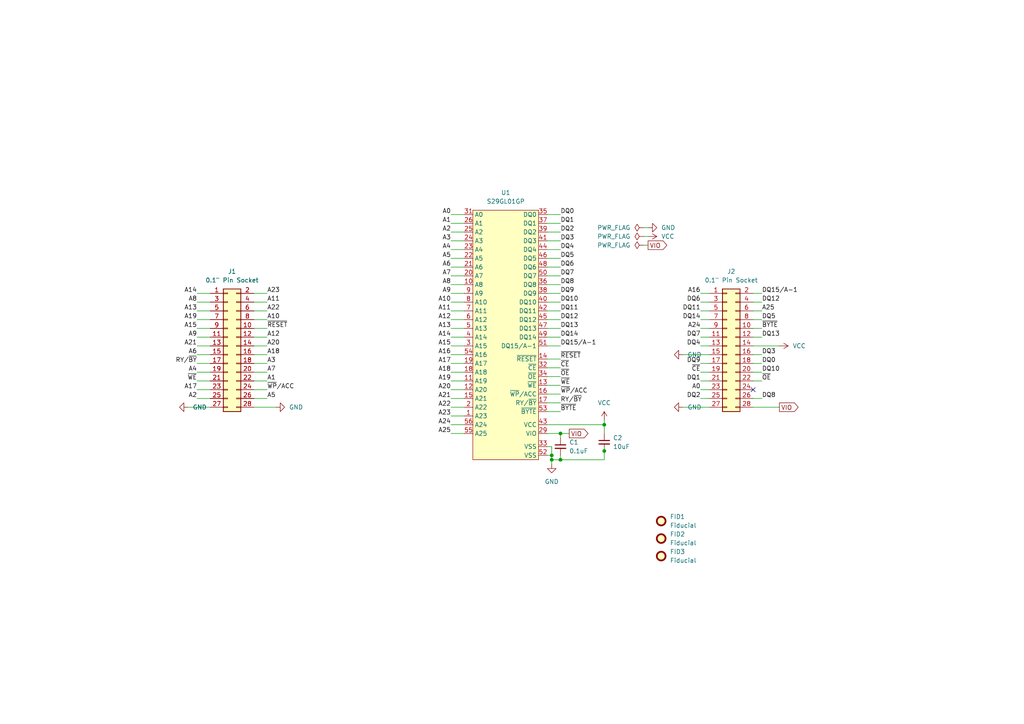
<source format=kicad_sch>
(kicad_sch (version 20211123) (generator eeschema)
  (paper "A4")
  (title_block (title "UDNISOC-1") (date "2022-04-19") (rev "1.0") (company "University of Dallas") (comment 1 "Drawn By: Aidan Medcalf"))
  (lib_symbols
    (symbol "Connector_Generic:Conn_02x14_Odd_Even" (pin_names (offset 1.016) hide)
      (property "Reference" "J" (at 1.27 17.78 0))
      (property "Value" "Conn_02x14_Odd_Even" (at 1.27 -20.32 0))
      (symbol "Conn_02x14_Odd_Even_1_1"
        (rectangle (start -1.27 -17.653) (end 0 -17.907) (stroke (width 0.1524)))
        (rectangle (start -1.27 -15.113) (end 0 -15.367) (stroke (width 0.1524)))
        (rectangle (start -1.27 -12.573) (end 0 -12.827) (stroke (width 0.1524)))
        (rectangle (start -1.27 -10.033) (end 0 -10.287) (stroke (width 0.1524)))
        (rectangle (start -1.27 -7.493) (end 0 -7.747) (stroke (width 0.1524)))
        (rectangle (start -1.27 -4.953) (end 0 -5.207) (stroke (width 0.1524)))
        (rectangle (start -1.27 -2.413) (end 0 -2.667) (stroke (width 0.1524)))
        (rectangle (start -1.27 0.127) (end 0 -0.127) (stroke (width 0.1524)))
        (rectangle (start -1.27 2.667) (end 0 2.413) (stroke (width 0.1524)))
        (rectangle (start -1.27 5.207) (end 0 4.953) (stroke (width 0.1524)))
        (rectangle (start -1.27 7.747) (end 0 7.493) (stroke (width 0.1524)))
        (rectangle (start -1.27 10.287) (end 0 10.033) (stroke (width 0.1524)))
        (rectangle (start -1.27 12.827) (end 0 12.573) (stroke (width 0.1524)))
        (rectangle (start -1.27 15.367) (end 0 15.113) (stroke (width 0.1524)))
        (rectangle (start -1.27 16.51) (end 3.81 -19.05) (stroke (width 0.254)) (fill (type background)))
        (rectangle (start 3.81 -17.653) (end 2.54 -17.907) (stroke (width 0.1524)))
        (rectangle (start 3.81 -15.113) (end 2.54 -15.367) (stroke (width 0.1524)))
        (rectangle (start 3.81 -12.573) (end 2.54 -12.827) (stroke (width 0.1524)))
        (rectangle (start 3.81 -10.033) (end 2.54 -10.287) (stroke (width 0.1524)))
        (rectangle (start 3.81 -7.493) (end 2.54 -7.747) (stroke (width 0.1524)))
        (rectangle (start 3.81 -4.953) (end 2.54 -5.207) (stroke (width 0.1524)))
        (rectangle (start 3.81 -2.413) (end 2.54 -2.667) (stroke (width 0.1524)))
        (rectangle (start 3.81 0.127) (end 2.54 -0.127) (stroke (width 0.1524)))
        (rectangle (start 3.81 2.667) (end 2.54 2.413) (stroke (width 0.1524)))
        (rectangle (start 3.81 5.207) (end 2.54 4.953) (stroke (width 0.1524)))
        (rectangle (start 3.81 7.747) (end 2.54 7.493) (stroke (width 0.1524)))
        (rectangle (start 3.81 10.287) (end 2.54 10.033) (stroke (width 0.1524)))
        (rectangle (start 3.81 12.827) (end 2.54 12.573) (stroke (width 0.1524)))
        (rectangle (start 3.81 15.367) (end 2.54 15.113) (stroke (width 0.1524)))
        (pin passive line (at -5.08 15.24 0) (length 3.81) (name "Pin_1") (number "1"))
        (pin passive line (at 7.62 5.08 180) (length 3.81) (name "Pin_10") (number "10"))
        (pin passive line (at -5.08 2.54 0) (length 3.81) (name "Pin_11") (number "11"))
        (pin passive line (at 7.62 2.54 180) (length 3.81) (name "Pin_12") (number "12"))
        (pin passive line (at -5.08 0 0) (length 3.81) (name "Pin_13") (number "13"))
        (pin passive line (at 7.62 0 180) (length 3.81) (name "Pin_14") (number "14"))
        (pin passive line (at -5.08 -2.54 0) (length 3.81) (name "Pin_15") (number "15"))
        (pin passive line (at 7.62 -2.54 180) (length 3.81) (name "Pin_16") (number "16"))
        (pin passive line (at -5.08 -5.08 0) (length 3.81) (name "Pin_17") (number "17"))
        (pin passive line (at 7.62 -5.08 180) (length 3.81) (name "Pin_18") (number "18"))
        (pin passive line (at -5.08 -7.62 0) (length 3.81) (name "Pin_19") (number "19"))
        (pin passive line (at 7.62 15.24 180) (length 3.81) (name "Pin_2") (number "2"))
        (pin passive line (at 7.62 -7.62 180) (length 3.81) (name "Pin_20") (number "20"))
        (pin passive line (at -5.08 -10.16 0) (length 3.81) (name "Pin_21") (number "21"))
        (pin passive line (at 7.62 -10.16 180) (length 3.81) (name "Pin_22") (number "22"))
        (pin passive line (at -5.08 -12.7 0) (length 3.81) (name "Pin_23") (number "23"))
        (pin passive line (at 7.62 -12.7 180) (length 3.81) (name "Pin_24") (number "24"))
        (pin passive line (at -5.08 -15.24 0) (length 3.81) (name "Pin_25") (number "25"))
        (pin passive line (at 7.62 -15.24 180) (length 3.81) (name "Pin_26") (number "26"))
        (pin passive line (at -5.08 -17.78 0) (length 3.81) (name "Pin_27") (number "27"))
        (pin passive line (at 7.62 -17.78 180) (length 3.81) (name "Pin_28") (number "28"))
        (pin passive line (at -5.08 12.7 0) (length 3.81) (name "Pin_3") (number "3"))
        (pin passive line (at 7.62 12.7 180) (length 3.81) (name "Pin_4") (number "4"))
        (pin passive line (at -5.08 10.16 0) (length 3.81) (name "Pin_5") (number "5"))
        (pin passive line (at 7.62 10.16 180) (length 3.81) (name "Pin_6") (number "6"))
        (pin passive line (at -5.08 7.62 0) (length 3.81) (name "Pin_7") (number "7"))
        (pin passive line (at 7.62 7.62 180) (length 3.81) (name "Pin_8") (number "8"))
        (pin passive line (at -5.08 5.08 0) (length 3.81) (name "Pin_9") (number "9"))
      )
    )
    (symbol "Device:C_Small" (pin_numbers hide) (pin_names (offset 0.254) hide)
      (property "Reference" "C" (at 0.254 1.778 0))
      (property "Value" "C_Small" (at 0.254 -2.032 0))
      (symbol "C_Small_0_1"
        (polyline (pts (xy -1.524 -0.508) (xy 1.524 -0.508)) (stroke (width 0.3302)))
        (polyline (pts (xy -1.524 0.508) (xy 1.524 0.508)) (stroke (width 0.3048)))
      )
      (symbol "C_Small_1_1"
        (pin passive line (at 0 2.54 270) (length 2.032) (name "~") (number "1"))
        (pin passive line (at 0 -2.54 90) (length 2.032) (name "~") (number "2"))
      )
    )
    (symbol "Mechanical:Fiducial"
      (property "Reference" "FID" (at 0 5.08 0))
      (property "Value" "Fiducial" (at 0 3.175 0))
      (symbol "Fiducial_0_1"
        (circle (center 0 0) (radius 1.27) (stroke (width 0.508)) (fill (type background)))
      )
    )
    (symbol "UDNISOC-1:S29GL01GP"
      (property "Reference" "U" (at -7.62 31.75 0))
      (property "Value" "S29GL01GP" (at 17.78 31.75 0))
      (symbol "S29GL01GP_0_1"
        (rectangle (start -8.89 -41.91) (end 10.16 30.48) (fill (type background)))
      )
      (symbol "S29GL01GP_1_1"
        (pin input line (at -11.43 -29.21 0) (length 2.54) (name "A23") (number "1"))
        (pin input line (at -11.43 8.89 0) (length 2.54) (name "A8") (number "10"))
        (pin input line (at -11.43 -19.05 0) (length 2.54) (name "A19") (number "11"))
        (pin input line (at -11.43 -21.59 0) (length 2.54) (name "A20") (number "12"))
        (pin input line (at 12.7 -20.32 180) (length 2.54) (name "~{WE}") (number "13"))
        (pin input line (at 12.7 -12.7 180) (length 2.54) (name "~{RESET}") (number "14"))
        (pin input line (at -11.43 -24.13 0) (length 2.54) (name "A21") (number "15"))
        (pin input line (at 12.7 -22.86 180) (length 2.54) (name "~{WP}/ACC") (number "16"))
        (pin output line (at 12.7 -25.4 180) (length 2.54) (name "RY/~{BY}") (number "17"))
        (pin input line (at -11.43 -16.51 0) (length 2.54) (name "A18") (number "18"))
        (pin input line (at -11.43 -13.97 0) (length 2.54) (name "A17") (number "19"))
        (pin input line (at -11.43 -26.67 0) (length 2.54) (name "A22") (number "2"))
        (pin input line (at -11.43 11.43 0) (length 2.54) (name "A7") (number "20"))
        (pin input line (at -11.43 13.97 0) (length 2.54) (name "A6") (number "21"))
        (pin input line (at -11.43 16.51 0) (length 2.54) (name "A5") (number "22"))
        (pin input line (at -11.43 19.05 0) (length 2.54) (name "A4") (number "23"))
        (pin input line (at -11.43 21.59 0) (length 2.54) (name "A3") (number "24"))
        (pin input line (at -11.43 24.13 0) (length 2.54) (name "A2") (number "25"))
        (pin input line (at -11.43 26.67 0) (length 2.54) (name "A1") (number "26"))
        (pin power_in line (at 12.7 -34.29 180) (length 2.54) (name "VIO") (number "29"))
        (pin input line (at -11.43 -8.89 0) (length 2.54) (name "A15") (number "3"))
        (pin input line (at -11.43 29.21 0) (length 2.54) (name "A0") (number "31"))
        (pin input line (at 12.7 -15.24 180) (length 2.54) (name "~{CE}") (number "32"))
        (pin power_in line (at 12.7 -38.1 180) (length 2.54) (name "VSS") (number "33"))
        (pin input line (at 12.7 -17.78 180) (length 2.54) (name "~{OE}") (number "34"))
        (pin tri_state line (at 12.7 29.21 180) (length 2.54) (name "DQ0") (number "35"))
        (pin tri_state line (at 12.7 8.89 180) (length 2.54) (name "DQ8") (number "36"))
        (pin tri_state line (at 12.7 26.67 180) (length 2.54) (name "DQ1") (number "37"))
        (pin tri_state line (at 12.7 6.35 180) (length 2.54) (name "DQ9") (number "38"))
        (pin tri_state line (at 12.7 24.13 180) (length 2.54) (name "DQ2") (number "39"))
        (pin input line (at -11.43 -6.35 0) (length 2.54) (name "A14") (number "4"))
        (pin tri_state line (at 12.7 3.81 180) (length 2.54) (name "DQ10") (number "40"))
        (pin tri_state line (at 12.7 21.59 180) (length 2.54) (name "DQ3") (number "41"))
        (pin tri_state line (at 12.7 1.27 180) (length 2.54) (name "DQ11") (number "42"))
        (pin power_in line (at 12.7 -31.75 180) (length 2.54) (name "VCC") (number "43"))
        (pin tri_state line (at 12.7 19.05 180) (length 2.54) (name "DQ4") (number "44"))
        (pin tri_state line (at 12.7 -1.27 180) (length 2.54) (name "DQ12") (number "45"))
        (pin tri_state line (at 12.7 16.51 180) (length 2.54) (name "DQ5") (number "46"))
        (pin tri_state line (at 12.7 -3.81 180) (length 2.54) (name "DQ13") (number "47"))
        (pin tri_state line (at 12.7 13.97 180) (length 2.54) (name "DQ6") (number "48"))
        (pin tri_state line (at 12.7 -6.35 180) (length 2.54) (name "DQ14") (number "49"))
        (pin input line (at -11.43 -3.81 0) (length 2.54) (name "A13") (number "5"))
        (pin tri_state line (at 12.7 11.43 180) (length 2.54) (name "DQ7") (number "50"))
        (pin tri_state line (at 12.7 -8.89 180) (length 2.54) (name "DQ15/A-1") (number "51"))
        (pin power_in line (at 12.7 -40.64 180) (length 2.54) (name "VSS") (number "52"))
        (pin input line (at 12.7 -27.94 180) (length 2.54) (name "~{BYTE}") (number "53"))
        (pin input line (at -11.43 -11.43 0) (length 2.54) (name "A16") (number "54"))
        (pin input line (at -11.43 -34.29 0) (length 2.54) (name "A25") (number "55"))
        (pin input line (at -11.43 -31.75 0) (length 2.54) (name "A24") (number "56"))
        (pin input line (at -11.43 -1.27 0) (length 2.54) (name "A12") (number "6"))
        (pin input line (at -11.43 1.27 0) (length 2.54) (name "A11") (number "7"))
        (pin input line (at -11.43 3.81 0) (length 2.54) (name "A10") (number "8"))
        (pin input line (at -11.43 6.35 0) (length 2.54) (name "A9") (number "9"))
      )
    )
    (symbol "power:GND" (power) (pin_names (offset 0))
      (property "Value" "GND" (at 0 -3.81 0))
      (symbol "GND_0_1"
        (polyline (pts (xy 0 0) (xy 0 -1.27) (xy 1.27 -1.27) (xy 0 -2.54) (xy -1.27 -1.27) (xy 0 -1.27)))
      )
      (symbol "GND_1_1"
        (pin power_in line (at 0 0 270) (length 0) hide (name "GND") (number "1"))
      )
    )
    (symbol "power:PWR_FLAG" (power) (pin_numbers hide) (pin_names (offset 0) hide)
      (property "Value" "PWR_FLAG" (at 0 3.81 0))
      (symbol "PWR_FLAG_0_0"
        (pin power_out line (at 0 0 90) (length 0) (name "pwr") (number "1"))
      )
      (symbol "PWR_FLAG_0_1"
        (polyline (pts (xy 0 0) (xy 0 1.27) (xy -1.016 1.905) (xy 0 2.54) (xy 1.016 1.905) (xy 0 1.27)))
      )
    )
    (symbol "power:VCC" (power) (pin_names (offset 0))
      (property "Value" "VCC" (at 0 3.81 0))
      (symbol "VCC_0_1"
        (polyline (pts (xy -0.762 1.27) (xy 0 2.54)))
        (polyline (pts (xy 0 0) (xy 0 2.54)))
        (polyline (pts (xy 0 2.54) (xy 0.762 1.27)))
      )
      (symbol "VCC_1_1"
        (pin power_in line (at 0 0 90) (length 0) hide (name "VCC") (number "1"))
      )
    )
  )
  (junction (at 160.02 132.08))
  (junction (at 160.02 133.35))
  (junction (at 175.26 123.19))
  (junction (at 175.26 130.81))
  (junction (at 162.56 133.35))
  (junction (at 162.56 125.73))
  (no_connect (at 218.44 113.03))
  (wire (pts (xy 130.81 97.79) (xy 134.62 97.79)))
  (wire (pts (xy 130.81 100.33) (xy 134.62 100.33)))
  (wire (pts (xy 57.15 113.03) (xy 60.96 113.03)))
  (wire (pts (xy 186.69 68.58) (xy 187.96 68.58)))
  (wire (pts (xy 130.81 123.19) (xy 134.62 123.19)))
  (wire (pts (xy 130.81 105.41) (xy 134.62 105.41)))
  (wire (pts (xy 158.75 74.93) (xy 162.56 74.93)))
  (wire (pts (xy 162.56 132.08) (xy 162.56 133.35)))
  (wire (pts (xy 203.2 100.33) (xy 205.74 100.33)))
  (wire (pts (xy 160.02 129.54) (xy 160.02 132.08)))
  (wire (pts (xy 57.15 85.09) (xy 60.96 85.09)))
  (wire (pts (xy 158.75 106.68) (xy 162.56 106.68)))
  (wire (pts (xy 57.15 107.95) (xy 60.96 107.95)))
  (wire (pts (xy 130.81 113.03) (xy 134.62 113.03)))
  (wire (pts (xy 218.44 87.63) (xy 220.98 87.63)))
  (wire (pts (xy 73.66 85.09) (xy 77.47 85.09)))
  (wire (pts (xy 158.75 62.23) (xy 162.56 62.23)))
  (wire (pts (xy 162.56 133.35) (xy 175.26 133.35)))
  (wire (pts (xy 130.81 67.31) (xy 134.62 67.31)))
  (wire (pts (xy 130.81 118.11) (xy 134.62 118.11)))
  (wire (pts (xy 73.66 97.79) (xy 77.47 97.79)))
  (wire (pts (xy 130.81 107.95) (xy 134.62 107.95)))
  (wire (pts (xy 186.69 71.12) (xy 187.96 71.12)))
  (wire (pts (xy 130.81 110.49) (xy 134.62 110.49)))
  (wire (pts (xy 203.2 92.71) (xy 205.74 92.71)))
  (wire (pts (xy 203.2 87.63) (xy 205.74 87.63)))
  (wire (pts (xy 203.2 95.25) (xy 205.74 95.25)))
  (wire (pts (xy 203.2 90.17) (xy 205.74 90.17)))
  (wire (pts (xy 175.26 130.81) (xy 175.26 129.54)))
  (wire (pts (xy 130.81 120.65) (xy 134.62 120.65)))
  (wire (pts (xy 57.15 100.33) (xy 60.96 100.33)))
  (wire (pts (xy 130.81 85.09) (xy 134.62 85.09)))
  (wire (pts (xy 158.75 85.09) (xy 162.56 85.09)))
  (wire (pts (xy 218.44 107.95) (xy 220.98 107.95)))
  (wire (pts (xy 73.66 92.71) (xy 77.47 92.71)))
  (wire (pts (xy 158.75 92.71) (xy 162.56 92.71)))
  (wire (pts (xy 130.81 102.87) (xy 134.62 102.87)))
  (wire (pts (xy 218.44 97.79) (xy 220.98 97.79)))
  (wire (pts (xy 73.66 100.33) (xy 77.47 100.33)))
  (wire (pts (xy 160.02 133.35) (xy 160.02 134.62)))
  (wire (pts (xy 158.75 119.38) (xy 162.56 119.38)))
  (wire (pts (xy 198.12 118.11) (xy 205.74 118.11)))
  (wire (pts (xy 73.66 118.11) (xy 80.01 118.11)))
  (wire (pts (xy 73.66 107.95) (xy 77.47 107.95)))
  (wire (pts (xy 218.44 85.09) (xy 220.98 85.09)))
  (wire (pts (xy 218.44 100.33) (xy 226.06 100.33)))
  (wire (pts (xy 73.66 113.03) (xy 77.47 113.03)))
  (wire (pts (xy 175.26 121.92) (xy 175.26 123.19)))
  (wire (pts (xy 130.81 92.71) (xy 134.62 92.71)))
  (wire (pts (xy 158.75 67.31) (xy 162.56 67.31)))
  (wire (pts (xy 158.75 111.76) (xy 162.56 111.76)))
  (wire (pts (xy 54.61 118.11) (xy 60.96 118.11)))
  (wire (pts (xy 73.66 115.57) (xy 77.47 115.57)))
  (wire (pts (xy 203.2 97.79) (xy 205.74 97.79)))
  (wire (pts (xy 158.75 69.85) (xy 162.56 69.85)))
  (wire (pts (xy 218.44 105.41) (xy 220.98 105.41)))
  (wire (pts (xy 203.2 85.09) (xy 205.74 85.09)))
  (wire (pts (xy 73.66 87.63) (xy 77.47 87.63)))
  (wire (pts (xy 160.02 132.08) (xy 160.02 133.35)))
  (wire (pts (xy 158.75 87.63) (xy 162.56 87.63)))
  (wire (pts (xy 158.75 90.17) (xy 162.56 90.17)))
  (wire (pts (xy 158.75 114.3) (xy 162.56 114.3)))
  (wire (pts (xy 130.81 90.17) (xy 134.62 90.17)))
  (wire (pts (xy 57.15 115.57) (xy 60.96 115.57)))
  (wire (pts (xy 158.75 77.47) (xy 162.56 77.47)))
  (wire (pts (xy 175.26 133.35) (xy 175.26 130.81)))
  (wire (pts (xy 130.81 125.73) (xy 134.62 125.73)))
  (wire (pts (xy 162.56 125.73) (xy 165.1 125.73)))
  (wire (pts (xy 203.2 105.41) (xy 205.74 105.41)))
  (wire (pts (xy 57.15 90.17) (xy 60.96 90.17)))
  (wire (pts (xy 158.75 109.22) (xy 162.56 109.22)))
  (wire (pts (xy 198.12 102.87) (xy 205.74 102.87)))
  (wire (pts (xy 130.81 87.63) (xy 134.62 87.63)))
  (wire (pts (xy 158.75 95.25) (xy 162.56 95.25)))
  (wire (pts (xy 130.81 72.39) (xy 134.62 72.39)))
  (wire (pts (xy 130.81 77.47) (xy 134.62 77.47)))
  (wire (pts (xy 73.66 90.17) (xy 77.47 90.17)))
  (wire (pts (xy 130.81 95.25) (xy 134.62 95.25)))
  (wire (pts (xy 203.2 110.49) (xy 205.74 110.49)))
  (wire (pts (xy 57.15 102.87) (xy 60.96 102.87)))
  (wire (pts (xy 218.44 92.71) (xy 220.98 92.71)))
  (wire (pts (xy 73.66 95.25) (xy 77.47 95.25)))
  (wire (pts (xy 130.81 80.01) (xy 134.62 80.01)))
  (wire (pts (xy 218.44 118.11) (xy 226.06 118.11)))
  (wire (pts (xy 57.15 87.63) (xy 60.96 87.63)))
  (wire (pts (xy 203.2 113.03) (xy 205.74 113.03)))
  (wire (pts (xy 218.44 102.87) (xy 220.98 102.87)))
  (wire (pts (xy 57.15 92.71) (xy 60.96 92.71)))
  (wire (pts (xy 158.75 100.33) (xy 162.56 100.33)))
  (wire (pts (xy 57.15 95.25) (xy 60.96 95.25)))
  (wire (pts (xy 158.75 116.84) (xy 162.56 116.84)))
  (wire (pts (xy 73.66 102.87) (xy 77.47 102.87)))
  (wire (pts (xy 175.26 123.19) (xy 175.26 125.73)))
  (wire (pts (xy 218.44 115.57) (xy 220.98 115.57)))
  (wire (pts (xy 162.56 125.73) (xy 162.56 127)))
  (wire (pts (xy 203.2 115.57) (xy 205.74 115.57)))
  (wire (pts (xy 57.15 97.79) (xy 60.96 97.79)))
  (wire (pts (xy 57.15 110.49) (xy 60.96 110.49)))
  (wire (pts (xy 158.75 125.73) (xy 162.56 125.73)))
  (wire (pts (xy 130.81 115.57) (xy 134.62 115.57)))
  (wire (pts (xy 158.75 132.08) (xy 160.02 132.08)))
  (wire (pts (xy 130.81 69.85) (xy 134.62 69.85)))
  (wire (pts (xy 73.66 105.41) (xy 77.47 105.41)))
  (wire (pts (xy 218.44 110.49) (xy 220.98 110.49)))
  (wire (pts (xy 158.75 80.01) (xy 162.56 80.01)))
  (wire (pts (xy 130.81 62.23) (xy 134.62 62.23)))
  (wire (pts (xy 186.69 66.04) (xy 187.96 66.04)))
  (wire (pts (xy 158.75 104.14) (xy 162.56 104.14)))
  (wire (pts (xy 130.81 82.55) (xy 134.62 82.55)))
  (wire (pts (xy 158.75 82.55) (xy 162.56 82.55)))
  (wire (pts (xy 57.15 105.41) (xy 60.96 105.41)))
  (wire (pts (xy 158.75 129.54) (xy 160.02 129.54)))
  (wire (pts (xy 130.81 74.93) (xy 134.62 74.93)))
  (wire (pts (xy 158.75 64.77) (xy 162.56 64.77)))
  (wire (pts (xy 158.75 123.19) (xy 175.26 123.19)))
  (wire (pts (xy 158.75 97.79) (xy 162.56 97.79)))
  (wire (pts (xy 160.02 133.35) (xy 162.56 133.35)))
  (wire (pts (xy 73.66 110.49) (xy 77.47 110.49)))
  (wire (pts (xy 203.2 107.95) (xy 205.74 107.95)))
  (wire (pts (xy 218.44 90.17) (xy 220.98 90.17)))
  (wire (pts (xy 218.44 95.25) (xy 220.98 95.25)))
  (wire (pts (xy 158.75 72.39) (xy 162.56 72.39)))
  (wire (pts (xy 130.81 64.77) (xy 134.62 64.77)))
  (label "DQ0" (at 220.98 105.41 0))
  (label "DQ12" (at 220.98 87.63 0))
  (label "A0" (at 203.2 113.03 180))
  (label "RY{slash}~{BY}" (at 57.15 105.41 180))
  (label "A3" (at 130.81 69.85 180))
  (label "A13" (at 130.81 95.25 180))
  (label "A2" (at 130.81 67.31 180))
  (label "DQ13" (at 220.98 97.79 0))
  (label "A16" (at 203.2 85.09 180))
  (label "RY{slash}~{BY}" (at 162.56 116.84 0))
  (label "~{RESET}" (at 162.56 104.14 0))
  (label "DQ15{slash}A-1" (at 220.98 85.09 0))
  (label "DQ12" (at 162.56 92.71 0))
  (label "DQ8" (at 162.56 82.55 0))
  (label "DQ4" (at 203.2 100.33 180))
  (label "A15" (at 130.81 100.33 180))
  (label "A18" (at 77.47 102.87 0))
  (label "A0" (at 130.81 62.23 180))
  (label "A10" (at 130.81 87.63 180))
  (label "A23" (at 77.47 85.09 0))
  (label "A21" (at 130.81 115.57 180))
  (label "A1" (at 130.81 64.77 180))
  (label "A22" (at 77.47 90.17 0))
  (label "A11" (at 130.81 90.17 180))
  (label "DQ15{slash}A-1" (at 162.56 100.33 0))
  (label "A21" (at 57.15 100.33 180))
  (label "DQ9" (at 162.56 85.09 0))
  (label "A18" (at 130.81 107.95 180))
  (label "A24" (at 130.81 123.19 180))
  (label "A10" (at 77.47 92.71 0))
  (label "~{WE}" (at 162.56 111.76 0))
  (label "A17" (at 57.15 113.03 180))
  (label "A16" (at 130.81 102.87 180))
  (label "A24" (at 203.2 95.25 180))
  (label "A11" (at 77.47 87.63 0))
  (label "~{OE}" (at 162.56 109.22 0))
  (label "A9" (at 130.81 85.09 180))
  (label "A13" (at 57.15 90.17 180))
  (label "A8" (at 130.81 82.55 180))
  (label "DQ10" (at 220.98 107.95 0))
  (label "DQ6" (at 203.2 87.63 180))
  (label "DQ11" (at 203.2 90.17 180))
  (label "~{WE}" (at 57.15 110.49 180))
  (label "A19" (at 57.15 92.71 180))
  (label "~{WP}{slash}ACC" (at 77.47 113.03 0))
  (label "A7" (at 77.47 107.95 0))
  (label "~{OE}" (at 220.98 110.49 0))
  (label "DQ0" (at 162.56 62.23 0))
  (label "A25" (at 220.98 90.17 0))
  (label "DQ4" (at 162.56 72.39 0))
  (label "A20" (at 130.81 113.03 180))
  (label "A22" (at 130.81 118.11 180))
  (label "DQ13" (at 162.56 95.25 0))
  (label "DQ14" (at 162.56 97.79 0))
  (label "~{WP}{slash}ACC" (at 162.56 114.3 0))
  (label "A12" (at 77.47 97.79 0))
  (label "A19" (at 130.81 110.49 180))
  (label "DQ8" (at 220.98 115.57 0))
  (label "A7" (at 130.81 80.01 180))
  (label "DQ14" (at 203.2 92.71 180))
  (label "A5" (at 130.81 74.93 180))
  (label "A15" (at 57.15 95.25 180))
  (label "DQ5" (at 220.98 92.71 0))
  (label "A17" (at 130.81 105.41 180))
  (label "A20" (at 77.47 100.33 0))
  (label "DQ1" (at 162.56 64.77 0))
  (label "DQ10" (at 162.56 87.63 0))
  (label "A1" (at 77.47 110.49 0))
  (label "A6" (at 57.15 102.87 180))
  (label "A4" (at 57.15 107.95 180))
  (label "A4" (at 130.81 72.39 180))
  (label "A14" (at 57.15 85.09 180))
  (label "DQ3" (at 220.98 102.87 0))
  (label "A14" (at 130.81 97.79 180))
  (label "DQ7" (at 203.2 97.79 180))
  (label "DQ7" (at 162.56 80.01 0))
  (label "~{BYTE}" (at 220.98 95.25 0))
  (label "DQ2" (at 203.2 115.57 180))
  (label "~{CE}" (at 162.56 106.68 0))
  (label "~{RESET}" (at 77.47 95.25 0))
  (label "A6" (at 130.81 77.47 180))
  (label "~{BYTE}" (at 162.56 119.38 0))
  (label "DQ11" (at 162.56 90.17 0))
  (label "A23" (at 130.81 120.65 180))
  (label "DQ1" (at 203.2 110.49 180))
  (label "A3" (at 77.47 105.41 0))
  (label "DQ2" (at 162.56 67.31 0))
  (label "A2" (at 57.15 115.57 180))
  (label "DQ9" (at 203.2 105.41 180))
  (label "DQ3" (at 162.56 69.85 0))
  (label "~{CE}" (at 203.2 107.95 180))
  (label "A8" (at 57.15 87.63 180))
  (label "A25" (at 130.81 125.73 180))
  (label "DQ5" (at 162.56 74.93 0))
  (label "A9" (at 57.15 97.79 180))
  (label "A5" (at 77.47 115.57 0))
  (label "DQ6" (at 162.56 77.47 0))
  (label "A12" (at 130.81 92.71 180))
  (global_label "VIO" (shape output) (at 226.06 118.11 0) (property "Intersheet References" "${INTERSHEET_REFS}" (effects hide)))
  (global_label "VIO" (shape output) (at 165.1 125.73 0) (property "Intersheet References" "${INTERSHEET_REFS}" (effects hide)))
  (global_label "VIO" (shape output) (at 187.96 71.12 0) (property "Intersheet References" "${INTERSHEET_REFS}" (effects hide)))
  (symbol (lib_id "power:PWR_FLAG") (at 186.69 66.04 90) (unit 1)
    (property "Reference" "#FLG02" (effects hide))
    (property "Value" "PWR_FLAG" (at 182.88 66.0399 90) (effects (justify left)))
  )
  (symbol (lib_id "Mechanical:Fiducial") (at 191.77 156.21 0) (unit 1)
    (property "Reference" "FID2" (at 194.31 154.9399 0) (effects (justify left)))
    (property "Value" "Fiducial" (at 194.31 157.4799 0) (effects (justify left)))
    (property "Footprint" "Fiducial:Fiducial_0.75mm_Mask1.5mm" (effects hide))
  )
  (symbol (lib_id "power:GND") (at 160.02 134.62 0) (unit 1)
    (property "Reference" "#PWR0102" (effects hide))
    (property "Value" "GND" (at 160.02 139.7 0))
  )
  (symbol (lib_id "power:GND") (at 187.96 66.04 90) (unit 1)
    (property "Reference" "#PWR0104" (effects hide))
    (property "Value" "GND" (at 191.77 66.0399 90) (effects (justify right)))
  )
  (symbol (lib_id "power:GND") (at 198.12 118.11 270) (unit 1)
    (property "Reference" "#PWR04" (effects hide))
    (property "Value" "GND" (at 199.39 118.1099 90) (effects (justify left)))
  )
  (symbol (lib_id "Mechanical:Fiducial") (at 191.77 151.13 0) (unit 1)
    (property "Reference" "FID1" (at 194.31 149.8599 0) (effects (justify left)))
    (property "Value" "Fiducial" (at 194.31 152.3999 0) (effects (justify left)))
    (property "Footprint" "Fiducial:Fiducial_0.75mm_Mask1.5mm" (effects hide))
  )
  (symbol (lib_id "UDNISOC-1:S29GL01GP") (at 146.05 91.44 0) (unit 1)
    (property "Reference" "U1" (at 146.685 55.88 0))
    (property "Value" "S29GL01GP" (at 146.685 58.42 0))
    (property "Footprint" "UDNISOC1:Socket_TSOP-56" (effects hide))
    (property "Datasheet" "https://www.infineon.com/dgdl/Infineon-S29GL01GP_S29GL512P_S29GL256P_S29GL128P_1_Gbit/512/256/128_Mbit_3_V_Page_Flash_with_90_nm_MirrorBit_Process_Technology-DataSheet-v03_00-EN.pdf?fileId=8ac78c8c7d0d8da4017d0ed7850458a5" (effects hide))
  )
  (symbol (lib_id "power:GND") (at 198.12 102.87 270) (unit 1)
    (property "Reference" "#PWR03" (effects hide))
    (property "Value" "GND" (at 199.39 102.8699 90) (effects (justify left)))
  )
  (symbol (lib_id "Device:C_Small") (at 162.56 129.54 0) (unit 1)
    (property "Reference" "C1" (at 165.1 128.2762 0) (effects (justify left)))
    (property "Value" "0.1uF" (at 165.1 130.8162 0) (effects (justify left)))
    (property "Footprint" "Capacitor_SMD:C_0805_2012Metric" (effects hide))
  )
  (symbol (lib_id "power:VCC") (at 187.96 68.58 270) (unit 1)
    (property "Reference" "#PWR0105" (effects hide))
    (property "Value" "VCC" (at 191.77 68.5799 90) (effects (justify left)))
  )
  (symbol (lib_id "power:PWR_FLAG") (at 186.69 71.12 90) (unit 1)
    (property "Reference" "#FLG03" (effects hide))
    (property "Value" "PWR_FLAG" (at 182.88 71.1199 90) (effects (justify left)))
  )
  (symbol (lib_id "Mechanical:Fiducial") (at 191.77 161.29 0) (unit 1)
    (property "Reference" "FID3" (at 194.31 160.0199 0) (effects (justify left)))
    (property "Value" "Fiducial" (at 194.31 162.5599 0) (effects (justify left)))
    (property "Footprint" "Fiducial:Fiducial_0.75mm_Mask1.5mm" (effects hide))
  )
  (symbol (lib_id "Device:C_Small") (at 175.26 128.27 0) (unit 1)
    (property "Reference" "C2" (at 177.8 127.0062 0) (effects (justify left)))
    (property "Value" "10uF" (at 177.8 129.5462 0) (effects (justify left)))
    (property "Footprint" "Capacitor_SMD:C_0805_2012Metric" (effects hide))
  )
  (symbol (lib_id "power:VCC") (at 226.06 100.33 270) (unit 1)
    (property "Reference" "#PWR05" (effects hide))
    (property "Value" "VCC" (at 229.87 100.3299 90) (effects (justify left)))
  )
  (symbol (lib_id "Connector_Generic:Conn_02x14_Odd_Even") (at 66.04 100.33 0) (unit 1)
    (property "Reference" "J1" (at 67.31 78.74 0))
    (property "Value" "0.1\" Pin Socket" (at 67.31 81.28 0))
    (property "Footprint" "Connector_PinSocket_2.54mm:PinSocket_2x14_P2.54mm_Vertical" (effects hide))
  )
  (symbol (lib_id "power:GND") (at 80.01 118.11 90) (unit 1)
    (property "Reference" "#PWR02" (effects hide))
    (property "Value" "GND" (at 83.82 118.1099 90) (effects (justify right)))
  )
  (symbol (lib_id "Connector_Generic:Conn_02x14_Odd_Even") (at 210.82 100.33 0) (unit 1)
    (property "Reference" "J2" (at 212.09 78.74 0))
    (property "Value" "0.1\" Pin Socket" (at 212.09 81.28 0))
    (property "Footprint" "Connector_PinSocket_2.54mm:PinSocket_2x14_P2.54mm_Vertical" (effects hide))
  )
  (symbol (lib_id "power:VCC") (at 175.26 121.92 0) (unit 1)
    (property "Reference" "#PWR0103" (effects hide))
    (property "Value" "VCC" (at 175.26 116.84 0))
  )
  (symbol (lib_id "power:PWR_FLAG") (at 186.69 68.58 90) (unit 1)
    (property "Reference" "#FLG01" (effects hide))
    (property "Value" "PWR_FLAG" (at 182.88 68.5799 90) (effects (justify left)))
  )
  (symbol (lib_id "power:GND") (at 54.61 118.11 270) (unit 1)
    (property "Reference" "#PWR01" (effects hide))
    (property "Value" "GND" (at 55.88 118.1099 90) (effects (justify left)))
  )
)
</source>
